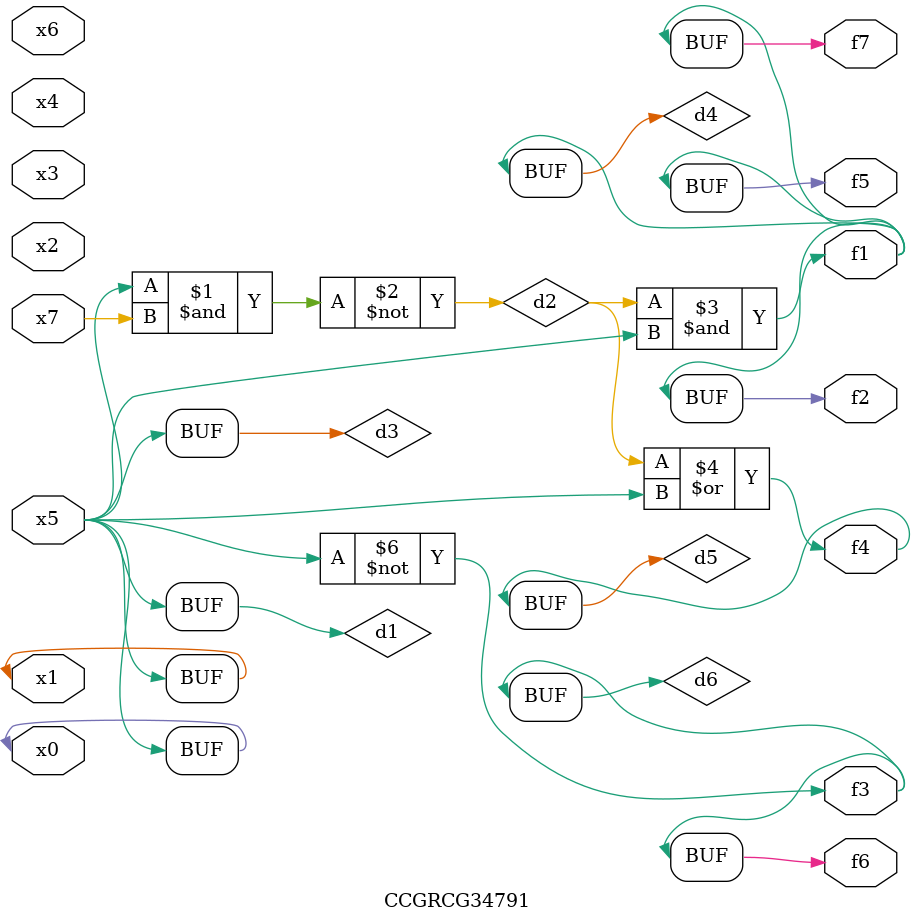
<source format=v>
module CCGRCG34791(
	input x0, x1, x2, x3, x4, x5, x6, x7,
	output f1, f2, f3, f4, f5, f6, f7
);

	wire d1, d2, d3, d4, d5, d6;

	buf (d1, x0, x5);
	nand (d2, x5, x7);
	buf (d3, x0, x1);
	and (d4, d2, d3);
	or (d5, d2, d3);
	nor (d6, d1, d3);
	assign f1 = d4;
	assign f2 = d4;
	assign f3 = d6;
	assign f4 = d5;
	assign f5 = d4;
	assign f6 = d6;
	assign f7 = d4;
endmodule

</source>
